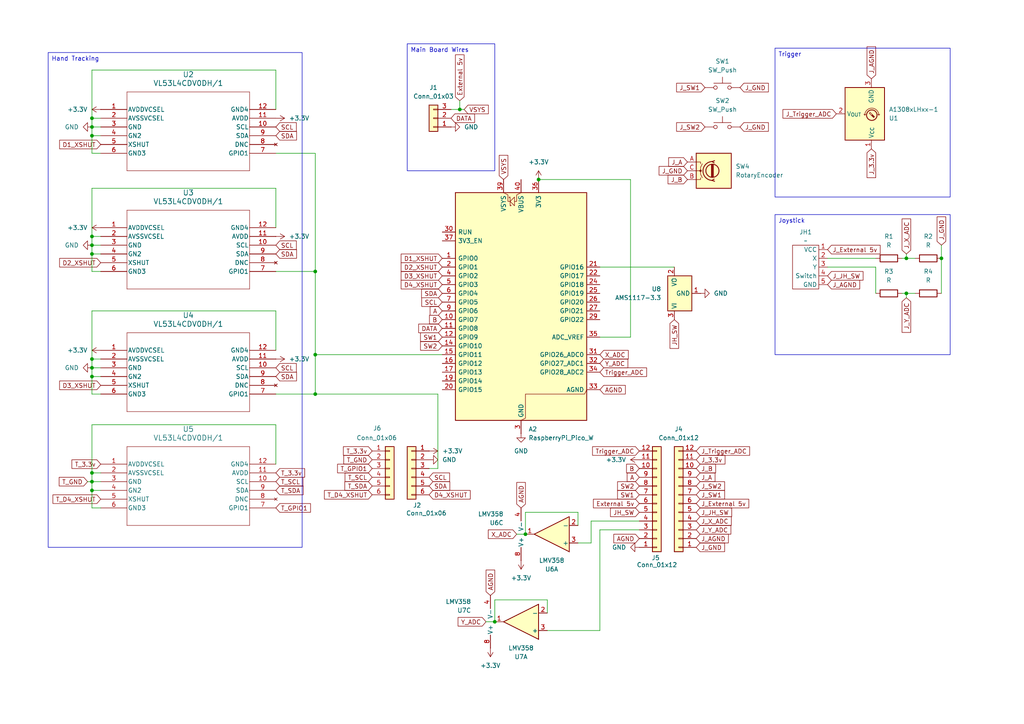
<source format=kicad_sch>
(kicad_sch (version 20250114) (generator "eeschema") (generator_version "9.0")
  (paper "A4")
  (title_block (title "Cyberdeck Controller"))
  (lib_symbols
    (symbol "Amplifier_Operational:LMV358" (pin_names (offset 0.127))
      (property "Reference" "U" (at 0 5.08 0))
      (property "Value" "LMV358" (at 0 -5.08 0))
      (symbol "LMV358_1_1"
        (polyline (pts (xy -5.08 5.08) (xy 5.08 0) (xy -5.08 -5.08) (xy -5.08 5.08)) (stroke (width 0.254)) (fill (type background)))
        (pin input line (at -7.62 2.54 0) (length 2.54) (name "+") (number "3"))
        (pin input line (at -7.62 -2.54 0) (length 2.54) (name "-") (number "2"))
        (pin output line (at 7.62 0 180) (length 2.54) (name "~") (number "1"))
      )
      (symbol "LMV358_2_1"
        (polyline (pts (xy -5.08 5.08) (xy 5.08 0) (xy -5.08 -5.08) (xy -5.08 5.08)) (stroke (width 0.254)) (fill (type background)))
        (pin input line (at -7.62 2.54 0) (length 2.54) (name "+") (number "5"))
        (pin input line (at -7.62 -2.54 0) (length 2.54) (name "-") (number "6"))
        (pin output line (at 7.62 0 180) (length 2.54) (name "~") (number "7"))
      )
      (symbol "LMV358_3_1"
        (pin power_in line (at -2.54 7.62 270) (length 3.81) (name "V+") (number "8"))
        (pin power_in line (at -2.54 -7.62 90) (length 3.81) (name "V-") (number "4"))
      )
    )
    (symbol "Connector_Generic:Conn_01x03" (pin_names (offset 1.016) (hide yes))
      (property "Reference" "J" (at 0 5.08 0))
      (property "Value" "Conn_01x03" (at 0 -5.08 0))
      (symbol "Conn_01x03_1_1"
        (rectangle (start -1.27 3.81) (end 1.27 -3.81) (stroke (width 0.254)) (fill (type background)))
        (rectangle (start -1.27 2.667) (end 0 2.413) (stroke (width 0.1524)))
        (rectangle (start -1.27 0.127) (end 0 -0.127) (stroke (width 0.1524)))
        (rectangle (start -1.27 -2.413) (end 0 -2.667) (stroke (width 0.1524)))
        (pin passive line (at -5.08 2.54 0) (length 3.81) (name "Pin_1") (number "1"))
        (pin passive line (at -5.08 0 0) (length 3.81) (name "Pin_2") (number "2"))
        (pin passive line (at -5.08 -2.54 0) (length 3.81) (name "Pin_3") (number "3"))
      )
    )
    (symbol "Connector_Generic:Conn_01x06" (pin_names (offset 1.016) (hide yes))
      (property "Reference" "J" (at 0 7.62 0))
      (property "Value" "Conn_01x06" (at 0 -10.16 0))
      (symbol "Conn_01x06_1_1"
        (rectangle (start -1.27 6.35) (end 1.27 -8.89) (stroke (width 0.254)) (fill (type background)))
        (rectangle (start -1.27 5.207) (end 0 4.953) (stroke (width 0.1524)))
        (rectangle (start -1.27 2.667) (end 0 2.413) (stroke (width 0.1524)))
        (rectangle (start -1.27 0.127) (end 0 -0.127) (stroke (width 0.1524)))
        (rectangle (start -1.27 -2.413) (end 0 -2.667) (stroke (width 0.1524)))
        (rectangle (start -1.27 -4.953) (end 0 -5.207) (stroke (width 0.1524)))
        (rectangle (start -1.27 -7.493) (end 0 -7.747) (stroke (width 0.1524)))
        (pin passive line (at -5.08 5.08 0) (length 3.81) (name "Pin_1") (number "1"))
        (pin passive line (at -5.08 2.54 0) (length 3.81) (name "Pin_2") (number "2"))
        (pin passive line (at -5.08 0 0) (length 3.81) (name "Pin_3") (number "3"))
        (pin passive line (at -5.08 -2.54 0) (length 3.81) (name "Pin_4") (number "4"))
        (pin passive line (at -5.08 -5.08 0) (length 3.81) (name "Pin_5") (number "5"))
        (pin passive line (at -5.08 -7.62 0) (length 3.81) (name "Pin_6") (number "6"))
      )
    )
    (symbol "Connector_Generic:Conn_01x12" (pin_names (offset 1.016) (hide yes))
      (property "Reference" "J" (at 0 15.24 0))
      (property "Value" "Conn_01x12" (at 0 -17.78 0))
      (symbol "Conn_01x12_1_1"
        (rectangle (start -1.27 13.97) (end 1.27 -16.51) (stroke (width 0.254)) (fill (type background)))
        (rectangle (start -1.27 12.827) (end 0 12.573) (stroke (width 0.1524)))
        (rectangle (start -1.27 10.287) (end 0 10.033) (stroke (width 0.1524)))
        (rectangle (start -1.27 7.747) (end 0 7.493) (stroke (width 0.1524)))
        (rectangle (start -1.27 5.207) (end 0 4.953) (stroke (width 0.1524)))
        (rectangle (start -1.27 2.667) (end 0 2.413) (stroke (width 0.1524)))
        (rectangle (start -1.27 0.127) (end 0 -0.127) (stroke (width 0.1524)))
        (rectangle (start -1.27 -2.413) (end 0 -2.667) (stroke (width 0.1524)))
        (rectangle (start -1.27 -4.953) (end 0 -5.207) (stroke (width 0.1524)))
        (rectangle (start -1.27 -7.493) (end 0 -7.747) (stroke (width 0.1524)))
        (rectangle (start -1.27 -10.033) (end 0 -10.287) (stroke (width 0.1524)))
        (rectangle (start -1.27 -12.573) (end 0 -12.827) (stroke (width 0.1524)))
        (rectangle (start -1.27 -15.113) (end 0 -15.367) (stroke (width 0.1524)))
        (pin passive line (at -5.08 12.7 0) (length 3.81) (name "Pin_1") (number "1"))
        (pin passive line (at -5.08 10.16 0) (length 3.81) (name "Pin_2") (number "2"))
        (pin passive line (at -5.08 7.62 0) (length 3.81) (name "Pin_3") (number "3"))
        (pin passive line (at -5.08 5.08 0) (length 3.81) (name "Pin_4") (number "4"))
        (pin passive line (at -5.08 2.54 0) (length 3.81) (name "Pin_5") (number "5"))
        (pin passive line (at -5.08 0 0) (length 3.81) (name "Pin_6") (number "6"))
        (pin passive line (at -5.08 -2.54 0) (length 3.81) (name "Pin_7") (number "7"))
        (pin passive line (at -5.08 -5.08 0) (length 3.81) (name "Pin_8") (number "8"))
        (pin passive line (at -5.08 -7.62 0) (length 3.81) (name "Pin_9") (number "9"))
        (pin passive line (at -5.08 -10.16 0) (length 3.81) (name "Pin_10") (number "10"))
        (pin passive line (at -5.08 -12.7 0) (length 3.81) (name "Pin_11") (number "11"))
        (pin passive line (at -5.08 -15.24 0) (length 3.81) (name "Pin_12") (number "12"))
      )
    )
    (symbol "Controller:JH16"
      (property "Reference" "JH16" (at 0 0 0))
      (symbol "JH16_0_1"
        (rectangle (start 3.81 5.08) (end -3.81 -7.62))
      )
      (symbol "JH16_1_1"
        (pin input line (at 6.35 3.81 180) (length 2.54) (name "VCC") (number "1"))
        (pin output line (at 6.35 1.27 180) (length 2.54) (name "X") (number "2"))
        (pin output line (at 6.35 -1.27 180) (length 2.54) (name "Y") (number "3"))
        (pin output line (at 6.35 -3.81 180) (length 2.54) (name "Switch") (number "4"))
        (pin input line (at 6.35 -6.35 180) (length 2.54) (name "GND") (number "5"))
      )
    )
    (symbol "Device:R" (pin_numbers (hide yes)) (pin_names (offset 0))
      (property "Reference" "R" (at 2.032 0 90))
      (property "Value" "R" (at 0 0 90))
      (symbol "R_0_1"
        (rectangle (start -1.016 -2.54) (end 1.016 2.54) (stroke (width 0.254)))
      )
      (symbol "R_1_1"
        (pin passive line (at 0 3.81 270) (length 1.27) (name "~") (number "1"))
        (pin passive line (at 0 -3.81 90) (length 1.27) (name "~") (number "2"))
      )
    )
    (symbol "Device:RotaryEncoder" (pin_names (offset 0.254) (hide yes))
      (property "Reference" "SW" (at 0 6.604 0))
      (property "Value" "RotaryEncoder" (at 0 -6.604 0))
      (symbol "RotaryEncoder_0_1"
        (rectangle (start -5.08 5.08) (end 5.08 -5.08) (stroke (width 0.254)) (fill (type background)))
        (polyline (pts (xy -5.08 2.54) (xy -3.81 2.54) (xy -3.81 2.032)))
        (polyline (pts (xy -5.08 0) (xy -3.81 0) (xy -3.81 -1.016) (xy -3.302 -2.032)))
        (polyline (pts (xy -5.08 -2.54) (xy -3.81 -2.54) (xy -3.81 -2.032)))
        (polyline (pts (xy -4.318 0) (xy -3.81 0) (xy -3.81 1.016) (xy -3.302 2.032)))
        (circle (center -3.81 0) (radius 0.254) (fill (type outline)))
        (polyline (pts (xy -0.635 -1.778) (xy -0.635 1.778)) (stroke (width 0.254)))
        (circle (center -0.381 0) (radius 1.905) (stroke (width 0.254)))
        (polyline (pts (xy -0.381 -1.778) (xy -0.381 1.778)) (stroke (width 0.254)))
        (arc (start -0.381 -2.794) (mid -3.0988 -0.0635) (end -0.381 2.667) (stroke (width 0.254)))
        (polyline (pts (xy -0.127 1.778) (xy -0.127 -1.778)) (stroke (width 0.254)))
        (polyline (pts (xy 0.254 2.921) (xy -0.508 2.667) (xy 0.127 2.286)) (stroke (width 0.254)))
        (polyline (pts (xy 0.254 -3.048) (xy -0.508 -2.794) (xy 0.127 -2.413)) (stroke (width 0.254)))
      )
      (symbol "RotaryEncoder_1_1"
        (pin passive line (at -7.62 2.54 0) (length 2.54) (name "A") (number "A"))
        (pin passive line (at -7.62 0 0) (length 2.54) (name "C") (number "C"))
        (pin passive line (at -7.62 -2.54 0) (length 2.54) (name "B") (number "B"))
      )
    )
    (symbol "MCU_Module:RaspberryPi_Pico_W" (pin_names (offset 0.762))
      (property "Reference" "A" (at -19.05 35.56 0))
      (property "Value" "RaspberryPi_Pico_W" (at 7.62 35.56 0))
      (symbol "RaspberryPi_Pico_W_0_1"
        (rectangle (start -19.05 34.29) (end 19.05 -31.75) (stroke (width 0.254)) (fill (type background)))
        (polyline (pts (xy -5.08 34.29) (xy -3.81 33.655) (xy -3.81 31.75) (xy -3.175 31.75)))
        (polyline (pts (xy -3.429 32.766) (xy -3.429 33.02) (xy -3.175 33.02) (xy -3.175 30.48) (xy -2.921 30.48) (xy -2.921 30.734)))
        (polyline (pts (xy -3.175 31.75) (xy -1.905 33.02) (xy -1.905 30.48) (xy -3.175 31.75)))
        (polyline (pts (xy 0 34.29) (xy -1.27 33.655) (xy -1.27 31.75) (xy -1.905 31.75)))
        (polyline (pts (xy 0 -31.75) (xy 1.27 -31.115) (xy 1.27 -24.13) (xy 18.415 -24.13) (xy 19.05 -22.86)))
      )
      (symbol "RaspberryPi_Pico_W_1_1"
        (pin passive line (at -22.86 22.86 0) (length 3.81) (name "RUN") (number "30"))
        (pin passive line (at -22.86 20.32 0) (length 3.81) (name "3V3_EN") (number "37"))
        (pin bidirectional line (at -22.86 15.24 0) (length 3.81) (name "GPIO0") (number "1"))
        (pin bidirectional line (at -22.86 12.7 0) (length 3.81) (name "GPIO1") (number "2"))
        (pin bidirectional line (at -22.86 10.16 0) (length 3.81) (name "GPIO2") (number "4"))
        (pin bidirectional line (at -22.86 7.62 0) (length 3.81) (name "GPIO3") (number "5"))
        (pin bidirectional line (at -22.86 5.08 0) (length 3.81) (name "GPIO4") (number "6"))
        (pin bidirectional line (at -22.86 2.54 0) (length 3.81) (name "GPIO5") (number "7"))
        (pin bidirectional line (at -22.86 0 0) (length 3.81) (name "GPIO6") (number "9"))
        (pin bidirectional line (at -22.86 -2.54 0) (length 3.81) (name "GPIO7") (number "10"))
        (pin bidirectional line (at -22.86 -5.08 0) (length 3.81) (name "GPIO8") (number "11"))
        (pin bidirectional line (at -22.86 -7.62 0) (length 3.81) (name "GPIO9") (number "12"))
        (pin bidirectional line (at -22.86 -10.16 0) (length 3.81) (name "GPIO10") (number "14"))
        (pin bidirectional line (at -22.86 -12.7 0) (length 3.81) (name "GPIO11") (number "15"))
        (pin bidirectional line (at -22.86 -15.24 0) (length 3.81) (name "GPIO12") (number "16"))
        (pin bidirectional line (at -22.86 -17.78 0) (length 3.81) (name "GPIO13") (number "17"))
        (pin bidirectional line (at -22.86 -20.32 0) (length 3.81) (name "GPIO14") (number "19"))
        (pin bidirectional line (at -22.86 -22.86 0) (length 3.81) (name "GPIO15") (number "20"))
        (pin power_in line (at -5.08 38.1 270) (length 3.81) (name "VSYS") (number "39"))
        (pin power_out line (at 0 38.1 270) (length 3.81) (name "VBUS") (number "40"))
        (pin passive line (at 0 -35.56 90) (length 3.81) (hide yes) (name "GND") (number "13"))
        (pin passive line (at 0 -35.56 90) (length 3.81) (hide yes) (name "GND") (number "18"))
        (pin passive line (at 0 -35.56 90) (length 3.81) (hide yes) (name "GND") (number "23"))
        (pin passive line (at 0 -35.56 90) (length 3.81) (hide yes) (name "GND") (number "28"))
        (pin power_out line (at 0 -35.56 90) (length 3.81) (name "GND") (number "3"))
        (pin passive line (at 0 -35.56 90) (length 3.81) (hide yes) (name "GND") (number "38"))
        (pin passive line (at 0 -35.56 90) (length 3.81) (hide yes) (name "GND") (number "8"))
        (pin power_out line (at 5.08 38.1 270) (length 3.81) (name "3V3") (number "36"))
        (pin bidirectional line (at 22.86 12.7 180) (length 3.81) (name "GPIO16") (number "21"))
        (pin bidirectional line (at 22.86 10.16 180) (length 3.81) (name "GPIO17") (number "22"))
        (pin bidirectional line (at 22.86 7.62 180) (length 3.81) (name "GPIO18") (number "24"))
        (pin bidirectional line (at 22.86 5.08 180) (length 3.81) (name "GPIO19") (number "25"))
        (pin bidirectional line (at 22.86 2.54 180) (length 3.81) (name "GPIO20") (number "26"))
        (pin bidirectional line (at 22.86 0 180) (length 3.81) (name "GPIO21") (number "27"))
        (pin bidirectional line (at 22.86 -2.54 180) (length 3.81) (name "GPIO22") (number "29"))
        (pin power_in line (at 22.86 -7.62 180) (length 3.81) (name "ADC_VREF") (number "35"))
        (pin bidirectional line (at 22.86 -12.7 180) (length 3.81) (name "GPIO26_ADC0") (number "31"))
        (pin bidirectional line (at 22.86 -15.24 180) (length 3.81) (name "GPIO27_ADC1") (number "32"))
        (pin bidirectional line (at 22.86 -17.78 180) (length 3.81) (name "GPIO28_ADC2") (number "34"))
        (pin power_out line (at 22.86 -22.86 180) (length 3.81) (name "AGND") (number "33"))
      )
    )
    (symbol "Regulator_Linear:AMS1117-3.3"
      (property "Reference" "U" (at -3.81 3.175 0))
      (property "Value" "AMS1117-3.3" (at 0 3.175 0))
      (symbol "AMS1117-3.3_0_1"
        (rectangle (start -5.08 -5.08) (end 5.08 1.905) (stroke (width 0.254)) (fill (type background)))
      )
      (symbol "AMS1117-3.3_1_1"
        (pin power_in line (at -7.62 0 0) (length 2.54) (name "VI") (number "3"))
        (pin power_in line (at 0 -7.62 90) (length 2.54) (name "GND") (number "1"))
        (pin power_out line (at 7.62 0 180) (length 2.54) (name "VO") (number "2"))
      )
    )
    (symbol "Sensor_Magnetic:A1308xLHxx-1"
      (property "Reference" "U" (at 0 11.43 0))
      (property "Value" "A1308xLHxx-1" (at 0 8.89 0))
      (symbol "A1308xLHxx-1_0_1"
        (rectangle (start -6.35 7.62) (end 5.08 -7.62) (stroke (width 0.254)) (fill (type background)))
        (polyline (pts (xy -4.699 0.381) (xy -4.953 0.127)))
        (polyline (pts (xy -4.699 0.381) (xy -4.445 0.127)))
        (polyline (pts (xy -3.4544 0.8382) (xy -2.8702 0.254) (xy -2.6162 0.508) (xy -3.2004 1.0922) (xy -3.4544 0.8382)) (fill (type outline)))
        (arc (start -0.635 0.381) (mid -2.667 -1.651) (end -4.699 0.381))
        (polyline (pts (xy -0.635 0.381) (xy -0.889 0.127)))
        (polyline (pts (xy -0.635 0.381) (xy -0.381 0.127)))
      )
      (symbol "A1308xLHxx-1_1_1"
        (circle (center -2.667 0.381) (radius 1.524) (stroke (width 0.254)))
        (polyline (pts (xy -2.6162 0.508) (xy -1.9304 -0.1778) (xy -2.1844 -0.4318) (xy -2.8702 0.254)))
        (pin power_in line (at -2.54 10.16 270) (length 2.54) (name "V_{CC}") (number "1"))
        (pin power_in line (at -2.54 -10.16 90) (length 2.54) (name "GND") (number "3"))
        (pin output line (at 7.62 0 180) (length 2.54) (name "V_{OUT}") (number "2"))
      )
    )
    (symbol "Switch:SW_Push" (pin_numbers (hide yes)) (pin_names (offset 1.016) (hide yes))
      (property "Reference" "SW" (at 1.27 2.54 0))
      (property "Value" "SW_Push" (at 0 -1.524 0))
      (symbol "SW_Push_0_1"
        (circle (center -2.032 0) (radius 0.508))
        (polyline (pts (xy 0 1.27) (xy 0 3.048)))
        (circle (center 2.032 0) (radius 0.508))
        (polyline (pts (xy 2.54 1.27) (xy -2.54 1.27)))
        (pin passive line (at -5.08 0 0) (length 2.54) (name "1") (number "1"))
        (pin passive line (at 5.08 0 180) (length 2.54) (name "2") (number "2"))
      )
    )
    (symbol "VL53:VL53L4CDV0DH_1" (pin_names (offset 0.254))
      (property "Reference" "U" (at 25.4 10.16 0))
      (property "Value" "VL53L4CDV0DH/1" (at 25.4 7.62 0))
      (symbol "VL53L4CDV0DH_1_0_1"
        (polyline (pts (xy 7.62 5.08) (xy 7.62 -17.78)) (stroke (width 0.127)))
        (polyline (pts (xy 7.62 -17.78) (xy 43.18 -17.78)) (stroke (width 0.127)))
        (polyline (pts (xy 43.18 5.08) (xy 7.62 5.08)) (stroke (width 0.127)))
        (polyline (pts (xy 43.18 -17.78) (xy 43.18 5.08)) (stroke (width 0.127)))
        (pin power_in line (at 0 0 0) (length 7.62) (name "AVDDVCSEL") (number "1"))
        (pin power_out line (at 0 -2.54 0) (length 7.62) (name "AVSSVCSEL") (number "2"))
        (pin power_out line (at 0 -5.08 0) (length 7.62) (name "GND") (number "3"))
        (pin power_out line (at 0 -7.62 0) (length 7.62) (name "GN2") (number "4"))
        (pin unspecified line (at 0 -10.16 0) (length 7.62) (name "XSHUT") (number "5"))
        (pin power_out line (at 0 -12.7 0) (length 7.62) (name "GND3") (number "6"))
        (pin power_out line (at 50.8 0 180) (length 7.62) (name "GND4") (number "12"))
        (pin power_in line (at 50.8 -2.54 180) (length 7.62) (name "AVDD") (number "11"))
        (pin bidirectional line (at 50.8 -5.08 180) (length 7.62) (name "SCL") (number "10"))
        (pin bidirectional line (at 50.8 -7.62 180) (length 7.62) (name "SDA") (number "9"))
        (pin no_connect line (at 50.8 -10.16 180) (length 7.62) (name "DNC") (number "8"))
        (pin bidirectional line (at 50.8 -12.7 180) (length 7.62) (name "GPIO1") (number "7"))
      )
    )
    (symbol "power:+3.3V" (power) (pin_numbers (hide yes)) (pin_names (offset 0) (hide yes))
      (property "Value" "+3.3V" (at 0 3.556 0))
      (symbol "+3.3V_0_1"
        (polyline (pts (xy -0.762 1.27) (xy 0 2.54)))
        (polyline (pts (xy 0 2.54) (xy 0.762 1.27)))
        (polyline (pts (xy 0 0) (xy 0 2.54)))
      )
      (symbol "+3.3V_1_1"
        (pin power_in line (at 0 0 90) (length 0) (name "~") (number "1"))
      )
    )
    (symbol "power:GND" (power) (pin_numbers (hide yes)) (pin_names (offset 0) (hide yes))
      (property "Value" "GND" (at 0 -3.81 0))
      (symbol "GND_0_1"
        (polyline (pts (xy 0 0) (xy 0 -1.27) (xy 1.27 -1.27) (xy 0 -2.54) (xy -1.27 -1.27) (xy 0 -1.27)))
      )
      (symbol "GND_1_1"
        (pin power_in line (at 0 0 270) (length 0) (name "~") (number "1"))
      )
    )
  )
  (text_box "Trigger\n" (at 224.79 13.97 0) (size 50.8 43.18) (margins 0.9525 0.9525 0.9525 0.9525) (effects (font (size 1.27 1.27)) (justify left top)))
  (text_box "Joystick\n" (at 224.79 62.23 0) (size 50.8 40.64) (margins 0.9525 0.9525 0.9525 0.9525) (effects (font (size 1.27 1.27)) (justify left top)))
  (text_box "Main Board Wires\n" (at 118.11 12.7 0) (size 25.4 36.83) (margins 0.9525 0.9525 0.9525 0.9525) (effects (font (size 1.27 1.27)) (justify left top)))
  (text_box "Hand Tracking" (at 13.97 15.24 0) (size 73.66 143.51) (margins 0.9525 0.9525 0.9525 0.9525) (effects (font (size 1.27 1.27)) (justify left top)))
  (junction (at 26.67 39.37))
  (junction (at 26.67 142.24))
  (junction (at 26.67 106.68))
  (junction (at 26.67 34.29))
  (junction (at 91.44 78.74))
  (junction (at 91.44 114.3))
  (junction (at 26.67 36.83))
  (junction (at 26.67 73.66))
  (junction (at 26.67 71.12))
  (junction (at 156.21 52.07))
  (junction (at 91.44 102.87))
  (junction (at 26.67 109.22))
  (junction (at 262.89 85.09))
  (junction (at 262.89 74.93))
  (junction (at 26.67 139.7))
  (junction (at 26.67 104.14))
  (junction (at 133.35 31.75))
  (junction (at 273.05 74.93))
  (junction (at 143.51 180.34))
  (junction (at 26.67 68.58))
  (junction (at 26.67 137.16))
  (junction (at 152.4 154.94))
  (wire (pts (xy 26.67 71.12) (xy 29.21 71.12)))
  (wire (pts (xy 152.4 148.59) (xy 152.4 154.94)))
  (wire (pts (xy 26.67 123.19) (xy 80.01 123.19)))
  (wire (pts (xy 26.67 90.17) (xy 26.67 104.14)))
  (wire (pts (xy 26.67 34.29) (xy 26.67 36.83)))
  (wire (pts (xy 91.44 102.87) (xy 91.44 114.3)))
  (wire (pts (xy 261.62 74.93) (xy 262.89 74.93)))
  (wire (pts (xy 26.67 139.7) (xy 26.67 142.24)))
  (wire (pts (xy 26.67 39.37) (xy 26.67 44.45)))
  (wire (pts (xy 262.89 85.09) (xy 265.43 85.09)))
  (wire (pts (xy 273.05 74.93) (xy 273.05 85.09)))
  (wire (pts (xy 26.67 90.17) (xy 80.01 90.17)))
  (wire (pts (xy 80.01 54.61) (xy 80.01 66.04)))
  (wire (pts (xy 26.67 73.66) (xy 26.67 78.74)))
  (wire (pts (xy 25.4 139.7) (xy 26.67 139.7)))
  (wire (pts (xy 26.67 137.16) (xy 26.67 139.7)))
  (wire (pts (xy 26.67 20.32) (xy 26.67 34.29)))
  (wire (pts (xy 262.89 73.66) (xy 262.89 74.93)))
  (wire (pts (xy 261.62 85.09) (xy 262.89 85.09)))
  (wire (pts (xy 26.67 123.19) (xy 26.67 137.16)))
  (wire (pts (xy 26.67 39.37) (xy 29.21 39.37)))
  (wire (pts (xy 127 114.3) (xy 127 135.89)))
  (wire (pts (xy 91.44 114.3) (xy 80.01 114.3)))
  (wire (pts (xy 149.86 154.94) (xy 152.4 154.94)))
  (wire (pts (xy 26.67 71.12) (xy 26.67 73.66)))
  (wire (pts (xy 26.67 104.14) (xy 29.21 104.14)))
  (wire (pts (xy 158.75 173.99) (xy 143.51 173.99)))
  (wire (pts (xy 80.01 20.32) (xy 80.01 31.75)))
  (wire (pts (xy 26.67 142.24) (xy 29.21 142.24)))
  (wire (pts (xy 26.67 109.22) (xy 29.21 109.22)))
  (wire (pts (xy 262.89 86.36) (xy 262.89 85.09)))
  (wire (pts (xy 26.67 139.7) (xy 29.21 139.7)))
  (wire (pts (xy 240.03 74.93) (xy 254 74.93)))
  (wire (pts (xy 80.01 123.19) (xy 80.01 134.62)))
  (wire (pts (xy 26.67 44.45) (xy 29.21 44.45)))
  (wire (pts (xy 127 135.89) (xy 124.46 135.89)))
  (wire (pts (xy 26.67 142.24) (xy 26.67 147.32)))
  (wire (pts (xy 262.89 74.93) (xy 265.43 74.93)))
  (wire (pts (xy 26.67 109.22) (xy 26.67 114.3)))
  (wire (pts (xy 26.67 68.58) (xy 26.67 71.12)))
  (wire (pts (xy 80.01 90.17) (xy 80.01 101.6)))
  (wire (pts (xy 156.21 52.07) (xy 182.88 52.07)))
  (wire (pts (xy 167.64 152.4) (xy 167.64 148.59)))
  (wire (pts (xy 26.67 54.61) (xy 80.01 54.61)))
  (wire (pts (xy 185.42 151.13) (xy 171.45 151.13)))
  (wire (pts (xy 26.67 147.32) (xy 29.21 147.32)))
  (wire (pts (xy 273.05 71.12) (xy 273.05 74.93)))
  (wire (pts (xy 134.62 31.75) (xy 133.35 31.75)))
  (wire (pts (xy 26.67 73.66) (xy 29.21 73.66)))
  (wire (pts (xy 152.4 148.59) (xy 167.64 148.59)))
  (wire (pts (xy 158.75 177.8) (xy 158.75 173.99)))
  (wire (pts (xy 80.01 44.45) (xy 91.44 44.45)))
  (wire (pts (xy 91.44 102.87) (xy 128.27 102.87)))
  (wire (pts (xy 240.03 77.47) (xy 254 77.47)))
  (wire (pts (xy 133.35 29.21) (xy 133.35 31.75)))
  (wire (pts (xy 254 77.47) (xy 254 85.09)))
  (wire (pts (xy 26.67 34.29) (xy 29.21 34.29)))
  (wire (pts (xy 173.99 153.67) (xy 173.99 182.88)))
  (wire (pts (xy 26.67 68.58) (xy 29.21 68.58)))
  (wire (pts (xy 26.67 36.83) (xy 26.67 39.37)))
  (wire (pts (xy 185.42 153.67) (xy 173.99 153.67)))
  (wire (pts (xy 143.51 173.99) (xy 143.51 180.34)))
  (wire (pts (xy 26.67 54.61) (xy 26.67 68.58)))
  (wire (pts (xy 171.45 151.13) (xy 171.45 157.48)))
  (wire (pts (xy 91.44 78.74) (xy 91.44 102.87)))
  (wire (pts (xy 127 114.3) (xy 91.44 114.3)))
  (wire (pts (xy 91.44 44.45) (xy 91.44 78.74)))
  (wire (pts (xy 26.67 114.3) (xy 29.21 114.3)))
  (wire (pts (xy 26.67 36.83) (xy 29.21 36.83)))
  (wire (pts (xy 171.45 157.48) (xy 167.64 157.48)))
  (wire (pts (xy 182.88 52.07) (xy 182.88 97.79)))
  (wire (pts (xy 26.67 20.32) (xy 80.01 20.32)))
  (wire (pts (xy 182.88 97.79) (xy 173.99 97.79)))
  (wire (pts (xy 26.67 104.14) (xy 26.67 106.68)))
  (wire (pts (xy 26.67 106.68) (xy 29.21 106.68)))
  (wire (pts (xy 195.58 77.47) (xy 173.99 77.47)))
  (wire (pts (xy 26.67 106.68) (xy 26.67 109.22)))
  (wire (pts (xy 133.35 31.75) (xy 130.81 31.75)))
  (wire (pts (xy 140.97 180.34) (xy 143.51 180.34)))
  (wire (pts (xy 173.99 182.88) (xy 158.75 182.88)))
  (wire (pts (xy 26.67 78.74) (xy 29.21 78.74)))
  (wire (pts (xy 91.44 78.74) (xy 80.01 78.74)))
  (wire (pts (xy 26.67 137.16) (xy 29.21 137.16)))
  (global_label "J_External 5v" (shape input) (at 240.03 72.39 0) (property "Intersheetrefs" "${INTERSHEET_REFS}" (effects (hide yes))))
  (global_label "A" (shape input) (at 185.42 138.43 180) (property "Intersheetrefs" "${INTERSHEET_REFS}" (effects (hide yes))))
  (global_label "SDA" (shape input) (at 128.27 85.09 180) (property "Intersheetrefs" "${INTERSHEET_REFS}" (effects (hide yes))))
  (global_label "Y_ADC" (shape input) (at 173.99 105.41 0) (property "Intersheetrefs" "${INTERSHEET_REFS}" (effects (hide yes))))
  (global_label "T_3.3v" (shape input) (at 80.01 137.16 0) (property "Intersheetrefs" "${INTERSHEET_REFS}" (effects (hide yes))))
  (global_label "T_SCL" (shape input) (at 80.01 139.7 0) (property "Intersheetrefs" "${INTERSHEET_REFS}" (effects (hide yes))))
  (global_label "AGND" (shape input) (at 185.42 156.21 180) (property "Intersheetrefs" "${INTERSHEET_REFS}" (effects (hide yes))))
  (global_label "J_GND" (shape input) (at 199.39 49.53 180) (property "Intersheetrefs" "${INTERSHEET_REFS}" (effects (hide yes))))
  (global_label "SW1" (shape input) (at 128.27 97.79 180) (property "Intersheetrefs" "${INTERSHEET_REFS}" (effects (hide yes))))
  (global_label "SDA" (shape input) (at 80.01 109.22 0) (property "Intersheetrefs" "${INTERSHEET_REFS}" (effects (hide yes))))
  (global_label "DATA" (shape input) (at 130.81 34.29 0) (property "Intersheetrefs" "${INTERSHEET_REFS}" (effects (hide yes))))
  (global_label "D2_XSHUT" (shape input) (at 128.27 77.47 180) (property "Intersheetrefs" "${INTERSHEET_REFS}" (effects (hide yes))))
  (global_label "J_JH_SW" (shape input) (at 240.03 80.01 0) (property "Intersheetrefs" "${INTERSHEET_REFS}" (effects (hide yes))))
  (global_label "JH_SW" (shape input) (at 195.58 92.71 270) (property "Intersheetrefs" "${INTERSHEET_REFS}" (effects (hide yes))))
  (global_label "AGND" (shape input) (at 173.99 113.03 0) (property "Intersheetrefs" "${INTERSHEET_REFS}" (effects (hide yes))))
  (global_label "J_SW2" (shape input) (at 204.47 36.83 180) (property "Intersheetrefs" "${INTERSHEET_REFS}" (effects (hide yes))))
  (global_label "SDA" (shape input) (at 80.01 39.37 0) (property "Intersheetrefs" "${INTERSHEET_REFS}" (effects (hide yes))))
  (global_label "J_JH_SW" (shape input) (at 201.93 148.59 0) (property "Intersheetrefs" "${INTERSHEET_REFS}" (effects (hide yes))))
  (global_label "T_SDA" (shape input) (at 80.01 142.24 0) (property "Intersheetrefs" "${INTERSHEET_REFS}" (effects (hide yes))))
  (global_label "J_X_ADC" (shape input) (at 201.93 151.13 0) (property "Intersheetrefs" "${INTERSHEET_REFS}" (effects (hide yes))))
  (global_label "J_GND" (shape input) (at 214.63 36.83 0) (property "Intersheetrefs" "${INTERSHEET_REFS}" (effects (hide yes))))
  (global_label "J_A" (shape input) (at 201.93 138.43 0) (property "Intersheetrefs" "${INTERSHEET_REFS}" (effects (hide yes))))
  (global_label "T_GPIO1" (shape input) (at 107.95 135.89 180) (property "Intersheetrefs" "${INTERSHEET_REFS}" (effects (hide yes))))
  (global_label "JH_SW" (shape input) (at 185.42 148.59 180) (property "Intersheetrefs" "${INTERSHEET_REFS}" (effects (hide yes))))
  (global_label "T_GND" (shape input) (at 107.95 133.35 180) (property "Intersheetrefs" "${INTERSHEET_REFS}" (effects (hide yes))))
  (global_label "D2_XSHUT" (shape input) (at 29.21 76.2 180) (property "Intersheetrefs" "${INTERSHEET_REFS}" (effects (hide yes))))
  (global_label "D3_XSHUT" (shape input) (at 128.27 80.01 180) (property "Intersheetrefs" "${INTERSHEET_REFS}" (effects (hide yes))))
  (global_label "J_B" (shape input) (at 199.39 52.07 180) (property "Intersheetrefs" "${INTERSHEET_REFS}" (effects (hide yes))))
  (global_label "J_3.3v" (shape input) (at 252.73 43.18 270) (property "Intersheetrefs" "${INTERSHEET_REFS}" (effects (hide yes))))
  (global_label "T_3.3v" (shape input) (at 29.21 134.62 180) (property "Intersheetrefs" "${INTERSHEET_REFS}" (effects (hide yes))))
  (global_label "T_GND" (shape input) (at 25.4 139.7 180) (property "Intersheetrefs" "${INTERSHEET_REFS}" (effects (hide yes))))
  (global_label "SCL" (shape input) (at 80.01 106.68 0) (property "Intersheetrefs" "${INTERSHEET_REFS}" (effects (hide yes))))
  (global_label "Y_ADC" (shape input) (at 140.97 180.34 180) (property "Intersheetrefs" "${INTERSHEET_REFS}" (effects (hide yes))))
  (global_label "X_ADC" (shape input) (at 173.99 102.87 0) (property "Intersheetrefs" "${INTERSHEET_REFS}" (effects (hide yes))))
  (global_label "J_GND" (shape input) (at 214.63 25.4 0) (property "Intersheetrefs" "${INTERSHEET_REFS}" (effects (hide yes))))
  (global_label "J_GND" (shape input) (at 201.93 158.75 0) (property "Intersheetrefs" "${INTERSHEET_REFS}" (effects (hide yes))))
  (global_label "SCL" (shape input) (at 124.46 138.43 0) (property "Intersheetrefs" "${INTERSHEET_REFS}" (effects (hide yes))))
  (global_label "A" (shape input) (at 128.27 90.17 180) (property "Intersheetrefs" "${INTERSHEET_REFS}" (effects (hide yes))))
  (global_label "J_AGND" (shape input) (at 201.93 156.21 0) (property "Intersheetrefs" "${INTERSHEET_REFS}" (effects (hide yes))))
  (global_label "VSYS" (shape input) (at 146.05 52.07 90) (property "Intersheetrefs" "${INTERSHEET_REFS}" (effects (hide yes))))
  (global_label "J_X_ADC" (shape input) (at 262.89 73.66 90) (property "Intersheetrefs" "${INTERSHEET_REFS}" (effects (hide yes))))
  (global_label "SCL" (shape input) (at 128.27 87.63 180) (property "Intersheetrefs" "${INTERSHEET_REFS}" (effects (hide yes))))
  (global_label "DATA" (shape input) (at 128.27 95.25 180) (property "Intersheetrefs" "${INTERSHEET_REFS}" (effects (hide yes))))
  (global_label "SDA" (shape input) (at 80.01 73.66 0) (property "Intersheetrefs" "${INTERSHEET_REFS}" (effects (hide yes))))
  (global_label "External 5v" (shape input) (at 133.35 29.21 90) (property "Intersheetrefs" "${INTERSHEET_REFS}" (effects (hide yes))))
  (global_label "J_AGND" (shape input) (at 252.73 22.86 90) (property "Intersheetrefs" "${INTERSHEET_REFS}" (effects (hide yes))))
  (global_label "T_SCL" (shape input) (at 107.95 138.43 180) (property "Intersheetrefs" "${INTERSHEET_REFS}" (effects (hide yes))))
  (global_label "J_Y_ADC" (shape input) (at 201.93 153.67 0) (property "Intersheetrefs" "${INTERSHEET_REFS}" (effects (hide yes))))
  (global_label "D1_XSHUT" (shape input) (at 29.21 41.91 180) (property "Intersheetrefs" "${INTERSHEET_REFS}" (effects (hide yes))))
  (global_label "J_Y_ADC" (shape input) (at 262.89 86.36 270) (property "Intersheetrefs" "${INTERSHEET_REFS}" (effects (hide yes))))
  (global_label "J_SW1" (shape input) (at 204.47 25.4 180) (property "Intersheetrefs" "${INTERSHEET_REFS}" (effects (hide yes))))
  (global_label "D1_XSHUT" (shape input) (at 128.27 74.93 180) (property "Intersheetrefs" "${INTERSHEET_REFS}" (effects (hide yes))))
  (global_label "B" (shape input) (at 128.27 92.71 180) (property "Intersheetrefs" "${INTERSHEET_REFS}" (effects (hide yes))))
  (global_label "AGND" (shape input) (at 142.24 172.72 90) (property "Intersheetrefs" "${INTERSHEET_REFS}" (effects (hide yes))))
  (global_label "X_ADC" (shape input) (at 149.86 154.94 180) (property "Intersheetrefs" "${INTERSHEET_REFS}" (effects (hide yes))))
  (global_label "J_SW2" (shape input) (at 201.93 140.97 0) (property "Intersheetrefs" "${INTERSHEET_REFS}" (effects (hide yes))))
  (global_label "D3_XSHUT" (shape input) (at 29.21 111.76 180) (property "Intersheetrefs" "${INTERSHEET_REFS}" (effects (hide yes))))
  (global_label "T_SDA" (shape input) (at 107.95 140.97 180) (property "Intersheetrefs" "${INTERSHEET_REFS}" (effects (hide yes))))
  (global_label "SDA" (shape input) (at 124.46 140.97 0) (property "Intersheetrefs" "${INTERSHEET_REFS}" (effects (hide yes))))
  (global_label "Trigger_ADC" (shape input) (at 173.99 107.95 0) (property "Intersheetrefs" "${INTERSHEET_REFS}" (effects (hide yes))))
  (global_label "External 5v" (shape input) (at 185.42 146.05 180) (property "Intersheetrefs" "${INTERSHEET_REFS}" (effects (hide yes))))
  (global_label "J_GND" (shape input) (at 273.05 71.12 90) (property "Intersheetrefs" "${INTERSHEET_REFS}" (effects (hide yes))))
  (global_label "AGND" (shape input) (at 151.13 147.32 90) (property "Intersheetrefs" "${INTERSHEET_REFS}" (effects (hide yes))))
  (global_label "J_Trigger_ADC" (shape input) (at 242.57 33.02 180) (property "Intersheetrefs" "${INTERSHEET_REFS}" (effects (hide yes))))
  (global_label "T_D4_XSHUT" (shape input) (at 107.95 143.51 180) (property "Intersheetrefs" "${INTERSHEET_REFS}" (effects (hide yes))))
  (global_label "T_3.3v" (shape input) (at 107.95 130.81 180) (property "Intersheetrefs" "${INTERSHEET_REFS}" (effects (hide yes))))
  (global_label "D4_XSHUT" (shape input) (at 124.46 143.51 0) (property "Intersheetrefs" "${INTERSHEET_REFS}" (effects (hide yes))))
  (global_label "Trigger_ADC" (shape input) (at 185.42 130.81 180) (property "Intersheetrefs" "${INTERSHEET_REFS}" (effects (hide yes))))
  (global_label "VSYS" (shape input) (at 134.62 31.75 0) (property "Intersheetrefs" "${INTERSHEET_REFS}" (effects (hide yes))))
  (global_label "SCL" (shape input) (at 80.01 71.12 0) (property "Intersheetrefs" "${INTERSHEET_REFS}" (effects (hide yes))))
  (global_label "SW2" (shape input) (at 185.42 140.97 180) (property "Intersheetrefs" "${INTERSHEET_REFS}" (effects (hide yes))))
  (global_label "SW2" (shape input) (at 128.27 100.33 180) (property "Intersheetrefs" "${INTERSHEET_REFS}" (effects (hide yes))))
  (global_label "J_Trigger_ADC" (shape input) (at 201.93 130.81 0) (property "Intersheetrefs" "${INTERSHEET_REFS}" (effects (hide yes))))
  (global_label "SCL" (shape input) (at 80.01 36.83 0) (property "Intersheetrefs" "${INTERSHEET_REFS}" (effects (hide yes))))
  (global_label "J_3.3v" (shape input) (at 201.93 133.35 0) (property "Intersheetrefs" "${INTERSHEET_REFS}" (effects (hide yes))))
  (global_label "J_External 5v" (shape input) (at 201.93 146.05 0) (property "Intersheetrefs" "${INTERSHEET_REFS}" (effects (hide yes))))
  (global_label "T_GPIO1" (shape input) (at 80.01 147.32 0) (property "Intersheetrefs" "${INTERSHEET_REFS}" (effects (hide yes))))
  (global_label "T_D4_XSHUT" (shape input) (at 29.21 144.78 180) (property "Intersheetrefs" "${INTERSHEET_REFS}" (effects (hide yes))))
  (global_label "J_SW1" (shape input) (at 201.93 143.51 0) (property "Intersheetrefs" "${INTERSHEET_REFS}" (effects (hide yes))))
  (global_label "J_A" (shape input) (at 199.39 46.99 180) (property "Intersheetrefs" "${INTERSHEET_REFS}" (effects (hide yes))))
  (global_label "B" (shape input) (at 185.42 135.89 180) (property "Intersheetrefs" "${INTERSHEET_REFS}" (effects (hide yes))))
  (global_label "J_B" (shape input) (at 201.93 135.89 0) (property "Intersheetrefs" "${INTERSHEET_REFS}" (effects (hide yes))))
  (global_label "J_AGND" (shape input) (at 240.03 82.55 0) (property "Intersheetrefs" "${INTERSHEET_REFS}" (effects (hide yes))))
  (global_label "SW1" (shape input) (at 185.42 143.51 180) (property "Intersheetrefs" "${INTERSHEET_REFS}" (effects (hide yes))))
  (global_label "D4_XSHUT" (shape input) (at 128.27 82.55 180) (property "Intersheetrefs" "${INTERSHEET_REFS}" (effects (hide yes))))
  (symbol (lib_id "power:GND") (at 151.13 125.73 0) (unit 1)
    (property "Reference" "#PWR03" (effects (hide yes)))
    (property "Value" "GND" (at 151.13 130.81 0))
    (property "Description" "Power symbol creates a global label with name \"GND\" , ground" (effects (hide yes)))
  )
  (symbol (lib_id "power:+3.3V") (at 156.21 52.07 0) (unit 1)
    (property "Reference" "#PWR012" (effects (hide yes)))
    (property "Value" "+3.3V" (at 156.21 46.99 0))
    (property "Description" "Power symbol creates a global label with name \"+3.3V\"" (effects (hide yes)))
  )
  (symbol (lib_id "power:+3.3V") (at 142.24 187.96 180) (unit 1)
    (property "Reference" "#PWR023" (effects (hide yes)))
    (property "Value" "+3.3V" (at 142.24 193.04 0))
    (property "Description" "Power symbol creates a global label with name \"+3.3V\"" (effects (hide yes)))
  )
  (symbol (lib_id "power:GND") (at 26.67 71.12 270) (unit 1)
    (property "Reference" "#PWR05" (effects (hide yes)))
    (property "Value" "GND" (at 22.86 71.1199 90) (effects (justify right)))
    (property "Description" "Power symbol creates a global label with name \"GND\" , ground" (effects (hide yes)))
  )
  (symbol (lib_id "Connector_Generic:Conn_01x03") (at 125.73 34.29 180) (unit 1)
    (property "Reference" "J1" (at 125.73 25.4 0))
    (property "Value" "Conn_01x03" (at 125.73 27.94 0))
    (property "Footprint" "Connector_PinHeader_2.00mm:PinHeader_1x03_P2.00mm_Vertical_SMD_Pin1Left" (effects (hide yes)))
    (property "Description" "Generic connector, single row, 01x03, script generated (kicad-library-utils/schlib/autogen/connector/)" (effects (hide yes)))
  )
  (symbol (lib_id "power:+3.3V") (at 124.46 130.81 270) (unit 1)
    (property "Reference" "#PWR07" (effects (hide yes)))
    (property "Value" "+3.3V" (at 128.27 130.8099 90) (effects (justify left)))
    (property "Description" "Power symbol creates a global label with name \"+3.3V\"" (effects (hide yes)))
  )
  (symbol (lib_id "Amplifier_Operational:LMV358") (at 148.59 154.94 180) (unit 3)
    (property "Reference" "U6" (at 146.05 151.638 0) (effects (justify left)))
    (property "Value" "LMV358" (at 146.05 149.098 0) (effects (justify left)))
    (property "Footprint" "LM358:DIP8_300" (effects (hide yes)))
    (property "Datasheet" "http://www.ti.com/lit/ds/symlink/lmv324.pdf" (effects (hide yes)))
    (property "Description" "Dual Low-Voltage Rail-to-Rail Output Operational Amplifiers, SOIC-8/SSOP-8" (effects (hide yes)))
  )
  (symbol (lib_id "power:GND") (at 203.2 85.09 90) (unit 1)
    (property "Reference" "#PWR020" (effects (hide yes)))
    (property "Value" "GND" (at 207.01 85.0899 90) (effects (justify right)))
    (property "Description" "Power symbol creates a global label with name \"GND\" , ground" (effects (hide yes)))
  )
  (symbol (lib_id "VL53:VL53L4CDV0DH_1") (at 29.21 101.6 0) (unit 1)
    (property "Reference" "U4" (at 54.61 91.44 0) (effects (font (size 1.524 1.524))))
    (property "Value" "VL53L4CDV0DH/1" (at 54.61 93.98 0) (effects (font (size 1.524 1.524))))
    (property "Footprint" "VL53:LGA12_STM" (effects (hide yes)))
    (property "Datasheet" "VL53L4CDV0DH/1" (effects (hide yes)))
  )
  (symbol (lib_id "power:+3.3V") (at 80.01 34.29 270) (unit 1)
    (property "Reference" "#PWR015" (effects (hide yes)))
    (property "Value" "+3.3V" (at 83.82 34.2899 90) (effects (justify left)))
    (property "Description" "Power symbol creates a global label with name \"+3.3V\"" (effects (hide yes)))
  )
  (symbol (lib_id "power:+3.3V") (at 185.42 133.35 90) (unit 1)
    (property "Reference" "#PWR025" (effects (hide yes)))
    (property "Value" "+3.3V" (at 181.61 133.3499 90) (effects (justify left)))
    (property "Description" "Power symbol creates a global label with name \"+3.3V\"" (effects (hide yes)))
  )
  (symbol (lib_id "Switch:SW_Push") (at 209.55 25.4 0) (unit 1)
    (property "Reference" "SW1" (at 209.55 17.78 0))
    (property "Value" "SW_Push" (at 209.55 20.32 0))
    (property "Footprint" "Button_Switch_THT:SW_PUSH_6mm_H8mm" (effects (hide yes)))
    (property "Description" "Push button switch, generic, two pins" (effects (hide yes)))
  )
  (symbol (lib_id "power:+3.3V") (at 80.01 68.58 270) (unit 1)
    (property "Reference" "#PWR02" (effects (hide yes)))
    (property "Value" "+3.3V" (at 83.82 68.5799 90) (effects (justify left)))
    (property "Description" "Power symbol creates a global label with name \"+3.3V\"" (effects (hide yes)))
  )
  (symbol (lib_id "Controller:JH16") (at 233.68 76.2 0) (unit 1)
    (property "Reference" "JH1" (at 233.68 67.31 0))
    (property "Value" "~" (at 233.68 69.85 0))
    (property "Footprint" "JH16:JH16" (effects (hide yes)))
  )
  (symbol (lib_id "power:+3.3V") (at 29.21 31.75 90) (unit 1)
    (property "Reference" "#PWR017" (effects (hide yes)))
    (property "Value" "+3.3V" (at 25.4 31.7499 90) (effects (justify left)))
    (property "Description" "Power symbol creates a global label with name \"+3.3V\"" (effects (hide yes)))
  )
  (symbol (lib_id "Switch:SW_Push") (at 209.55 36.83 0) (unit 1)
    (property "Reference" "SW2" (at 209.55 29.21 0))
    (property "Value" "SW_Push" (at 209.55 31.75 0))
    (property "Footprint" "Button_Switch_THT:SW_PUSH_6mm_H8mm" (effects (hide yes)))
    (property "Description" "Push button switch, generic, two pins" (effects (hide yes)))
  )
  (symbol (lib_id "power:+3.3V") (at 80.01 104.14 270) (unit 1)
    (property "Reference" "#PWR013" (effects (hide yes)))
    (property "Value" "+3.3V" (at 83.82 104.1399 90) (effects (justify left)))
    (property "Description" "Power symbol creates a global label with name \"+3.3V\"" (effects (hide yes)))
  )
  (symbol (lib_id "power:+3.3V") (at 151.13 162.56 180) (unit 1)
    (property "Reference" "#PWR022" (effects (hide yes)))
    (property "Value" "+3.3V" (at 151.13 167.64 0))
    (property "Description" "Power symbol creates a global label with name \"+3.3V\"" (effects (hide yes)))
  )
  (symbol (lib_id "VL53:VL53L4CDV0DH_1") (at 29.21 66.04 0) (unit 1)
    (property "Reference" "U3" (at 54.61 55.88 0) (effects (font (size 1.524 1.524))))
    (property "Value" "VL53L4CDV0DH/1" (at 54.61 58.42 0) (effects (font (size 1.524 1.524))))
    (property "Footprint" "VL53:LGA12_STM" (effects (hide yes)))
    (property "Datasheet" "VL53L4CDV0DH/1" (effects (hide yes)))
  )
  (symbol (lib_id "Amplifier_Operational:LMV358") (at 139.7 180.34 180) (unit 3)
    (property "Reference" "U7" (at 136.652 177.038 0) (effects (justify left)))
    (property "Value" "LMV358" (at 136.652 174.498 0) (effects (justify left)))
    (property "Footprint" "LM358:DIP8_300" (effects (hide yes)))
    (property "Datasheet" "http://www.ti.com/lit/ds/symlink/lmv324.pdf" (effects (hide yes)))
    (property "Description" "Dual Low-Voltage Rail-to-Rail Output Operational Amplifiers, SOIC-8/SSOP-8" (effects (hide yes)))
  )
  (symbol (lib_id "Connector_Generic:Conn_01x06") (at 113.03 135.89 0) (unit 1)
    (property "Reference" "J6" (at 108.204 124.206 0) (effects (justify left)))
    (property "Value" "Conn_01x06" (at 103.378 127 0) (effects (justify left)))
    (property "Footprint" "Connector_PinHeader_2.00mm:PinHeader_1x06_P2.00mm_Vertical_SMD_Pin1Left" (effects (hide yes)))
    (property "Description" "Generic connector, single row, 01x06, script generated (kicad-library-utils/schlib/autogen/connector/)" (effects (hide yes)))
  )
  (symbol (lib_id "Amplifier_Operational:LMV358") (at 160.02 154.94 180) (unit 1)
    (property "Reference" "U6" (at 160.02 165.1 0))
    (property "Value" "LMV358" (at 160.02 162.56 0))
    (property "Footprint" "LM358:DIP8_300" (effects (hide yes)))
    (property "Datasheet" "http://www.ti.com/lit/ds/symlink/lmv324.pdf" (effects (hide yes)))
    (property "Description" "Dual Low-Voltage Rail-to-Rail Output Operational Amplifiers, SOIC-8/SSOP-8" (effects (hide yes)))
  )
  (symbol (lib_id "VL53:VL53L4CDV0DH_1") (at 29.21 134.62 0) (unit 1)
    (property "Reference" "U5" (at 54.61 124.46 0) (effects (font (size 1.524 1.524))))
    (property "Value" "VL53L4CDV0DH/1" (at 54.61 127 0) (effects (font (size 1.524 1.524))))
    (property "Footprint" "VL53:LGA12_STM" (effects (hide yes)))
    (property "Datasheet" "VL53L4CDV0DH/1" (effects (hide yes)))
  )
  (symbol (lib_id "Amplifier_Operational:LMV358") (at 151.13 180.34 180) (unit 1)
    (property "Reference" "U7" (at 151.13 190.5 0))
    (property "Value" "LMV358" (at 151.13 187.96 0))
    (property "Footprint" "LM358:DIP8_300" (effects (hide yes)))
    (property "Datasheet" "http://www.ti.com/lit/ds/symlink/lmv324.pdf" (effects (hide yes)))
    (property "Description" "Dual Low-Voltage Rail-to-Rail Output Operational Amplifiers, SOIC-8/SSOP-8" (effects (hide yes)))
  )
  (symbol (lib_id "power:GND") (at 130.81 36.83 90) (unit 1)
    (property "Reference" "#PWR011" (effects (hide yes)))
    (property "Value" "GND" (at 134.62 36.8299 90) (effects (justify right)))
    (property "Description" "Power symbol creates a global label with name \"GND\" , ground" (effects (hide yes)))
  )
  (symbol (lib_id "power:GND") (at 185.42 158.75 270) (unit 1)
    (property "Reference" "#PWR024" (effects (hide yes)))
    (property "Value" "GND" (at 181.61 158.7499 90) (effects (justify right)))
    (property "Description" "Power symbol creates a global label with name \"GND\" , ground" (effects (hide yes)))
  )
  (symbol (lib_id "Sensor_Magnetic:A1308xLHxx-1") (at 250.19 33.02 180) (unit 1)
    (property "Reference" "U1" (at 257.81 34.2901 0) (effects (justify right)))
    (property "Value" "A1308xLHxx-1" (at 257.81 31.7501 0) (effects (justify right)))
    (property "Footprint" "Package_TO_SOT_SMD:SOT-23W" (effects (hide yes)))
    (property "Datasheet" "https://www.allegromicro.com/~/media/files/datasheets/a1308-9-datasheet.ashx" (effects (hide yes)))
    (property "Description" "Linear Hall Effect Sensor ICs with Analog Output, 1.3 mV/G, 4.5-5.5V supply, SOT-23W" (effects (hide yes)))
  )
  (symbol (lib_id "Device:R") (at 257.81 74.93 90) (unit 1)
    (property "Reference" "R1" (at 257.81 68.58 90))
    (property "Value" "R" (at 257.81 71.12 90))
    (property "Footprint" "Resistor_SMD:R_0603_1608Metric_Pad0.98x0.95mm_HandSolder" (effects (hide yes)))
    (property "Description" "Resistor" (effects (hide yes)))
  )
  (symbol (lib_id "Device:R") (at 269.24 85.09 90) (unit 1)
    (property "Reference" "R4" (at 269.24 78.74 90))
    (property "Value" "R" (at 269.24 81.28 90))
    (property "Footprint" "Resistor_SMD:R_0603_1608Metric_Pad0.98x0.95mm_HandSolder" (effects (hide yes)))
    (property "Description" "Resistor" (effects (hide yes)))
  )
  (symbol (lib_id "Device:R") (at 269.24 74.93 270) (unit 1)
    (property "Reference" "R2" (at 269.24 68.58 90))
    (property "Value" "R" (at 269.24 71.12 90))
    (property "Footprint" "Resistor_SMD:R_0603_1608Metric_Pad0.98x0.95mm_HandSolder" (effects (hide yes)))
    (property "Description" "Resistor" (effects (hide yes)))
  )
  (symbol (lib_id "Connector_Generic:Conn_01x06") (at 119.38 135.89 0) (mirror y) (unit 1)
    (property "Reference" "J2" (at 122.174 146.558 0) (effects (justify left)))
    (property "Value" "Conn_01x06" (at 129.54 148.844 0) (effects (justify left)))
    (property "Footprint" "Connector_PinHeader_2.00mm:PinHeader_1x06_P2.00mm_Vertical_SMD_Pin1Left" (effects (hide yes)))
    (property "Description" "Generic connector, single row, 01x06, script generated (kicad-library-utils/schlib/autogen/connector/)" (effects (hide yes)))
  )
  (symbol (lib_id "MCU_Module:RaspberryPi_Pico_W") (at 151.13 90.17 0) (unit 1)
    (property "Reference" "A2" (at 153.2733 124.46 0) (effects (justify left)))
    (property "Value" "RaspberryPi_Pico_W" (at 153.2733 127 0) (effects (justify left)))
    (property "Footprint" "Module:RaspberryPi_Pico_Common_THT" (effects (hide yes)))
    (property "Datasheet" "https://datasheets.raspberrypi.com/picow/pico-w-datasheet.pdf" (effects (hide yes)))
    (property "Description" "Versatile and inexpensive wireless microcontroller module powered by RP2040 dual-core Arm Cortex-M0+ processor up to 133 MHz, 264kB SRAM, 2MB QSPI flash, Infineon CYW43439 2.4GHz 802.11n wireless LAN; also supports Raspberry Pi Pico 2 W" (effects (hide yes)))
  )
  (symbol (lib_id "power:+3.3V") (at 29.21 101.6 90) (unit 1)
    (property "Reference" "#PWR018" (effects (hide yes)))
    (property "Value" "+3.3V" (at 25.4 101.5999 90) (effects (justify left)))
    (property "Description" "Power symbol creates a global label with name \"+3.3V\"" (effects (hide yes)))
  )
  (symbol (lib_id "Device:RotaryEncoder") (at 207.01 49.53 0) (unit 1)
    (property "Reference" "SW4" (at 213.36 48.2599 0) (effects (justify left)))
    (property "Value" "RotaryEncoder" (at 213.36 50.7999 0) (effects (justify left)))
    (property "Footprint" "Rotary_Encoder:RotaryEncoder_Bourns_Horizontal_PEC12R-2x17F-Nxxxx" (effects (hide yes)))
    (property "Description" "Rotary encoder, dual channel, incremental quadrate outputs" (effects (hide yes)))
  )
  (symbol (lib_id "VL53:VL53L4CDV0DH_1") (at 29.21 31.75 0) (unit 1)
    (property "Reference" "U2" (at 54.61 21.59 0) (effects (font (size 1.524 1.524))))
    (property "Value" "VL53L4CDV0DH/1" (at 54.61 24.13 0) (effects (font (size 1.524 1.524))))
    (property "Footprint" "VL53:LGA12_STM" (effects (hide yes)))
    (property "Datasheet" "VL53L4CDV0DH/1" (effects (hide yes)))
  )
  (symbol (lib_id "power:GND") (at 26.67 36.83 270) (unit 1)
    (property "Reference" "#PWR04" (effects (hide yes)))
    (property "Value" "GND" (at 22.86 36.8299 90) (effects (justify right)))
    (property "Description" "Power symbol creates a global label with name \"GND\" , ground" (effects (hide yes)))
  )
  (symbol (lib_id "power:+3.3V") (at 29.21 66.04 90) (unit 1)
    (property "Reference" "#PWR016" (effects (hide yes)))
    (property "Value" "+3.3V" (at 25.4 66.0399 90) (effects (justify left)))
    (property "Description" "Power symbol creates a global label with name \"+3.3V\"" (effects (hide yes)))
  )
  (symbol (lib_id "Regulator_Linear:AMS1117-3.3") (at 195.58 85.09 90) (unit 1)
    (property "Reference" "U8" (at 191.77 83.8199 90) (effects (justify left)))
    (property "Value" "AMS1117-3.3" (at 191.77 86.3599 90) (effects (justify left)))
    (property "Footprint" "Package_TO_SOT_SMD:SOT-223-3_TabPin2" (effects (hide yes)))
    (property "Datasheet" "http://www.advanced-monolithic.com/pdf/ds1117.pdf" (effects (hide yes)))
    (property "Description" "1A Low Dropout regulator, positive, 3.3V fixed output, SOT-223" (effects (hide yes)))
  )
  (symbol (lib_id "power:GND") (at 26.67 106.68 270) (unit 1)
    (property "Reference" "#PWR06" (effects (hide yes)))
    (property "Value" "GND" (at 22.86 106.6799 90) (effects (justify right)))
    (property "Description" "Power symbol creates a global label with name \"GND\" , ground" (effects (hide yes)))
  )
  (symbol (lib_id "Connector_Generic:Conn_01x12") (at 190.5 146.05 0) (mirror x) (unit 1)
    (property "Reference" "J5" (at 188.976 161.798 0) (effects (justify left)))
    (property "Value" "Conn_01x12" (at 184.658 163.83 0) (effects (justify left)))
    (property "Footprint" "Connector_PinHeader_2.00mm:PinHeader_1x12_P2.00mm_Vertical_SMD_Pin1Left" (effects (hide yes)))
    (property "Description" "Generic connector, single row, 01x12, script generated (kicad-library-utils/schlib/autogen/connector/)" (effects (hide yes)))
  )
  (symbol (lib_id "power:GND") (at 124.46 133.35 90) (unit 1)
    (property "Reference" "#PWR019" (effects (hide yes)))
    (property "Value" "GND" (at 128.27 133.3499 90) (effects (justify right)))
    (property "Description" "Power symbol creates a global label with name \"GND\" , ground" (effects (hide yes)))
  )
  (symbol (lib_id "Connector_Generic:Conn_01x12") (at 196.85 146.05 180) (unit 1)
    (property "Reference" "J4" (at 196.85 124.46 0))
    (property "Value" "Conn_01x12" (at 196.85 127 0))
    (property "Footprint" "Connector_PinHeader_2.00mm:PinHeader_1x12_P2.00mm_Vertical_SMD_Pin1Left" (effects (hide yes)))
    (property "Description" "Generic connector, single row, 01x12, script generated (kicad-library-utils/schlib/autogen/connector/)" (effects (hide yes)))
  )
  (symbol (lib_id "Device:R") (at 257.81 85.09 90) (unit 1)
    (property "Reference" "R3" (at 257.81 78.74 90))
    (property "Value" "R" (at 257.81 81.28 90))
    (property "Footprint" "Resistor_SMD:R_0603_1608Metric_Pad0.98x0.95mm_HandSolder" (effects (hide yes)))
    (property "Description" "Resistor" (effects (hide yes)))
  )
)
</source>
